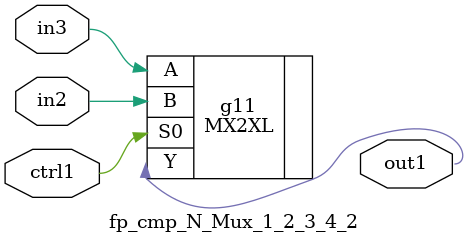
<source format=v>
`timescale 1ps / 1ps


module fp_cmp_N_Mux_1_2_3_4_2(in3, in2, ctrl1, out1);
  input in3, in2, ctrl1;
  output out1;
  wire in3, in2, ctrl1;
  wire out1;
  MX2XL g11(.A (in3), .B (in2), .S0 (ctrl1), .Y (out1));
endmodule



</source>
